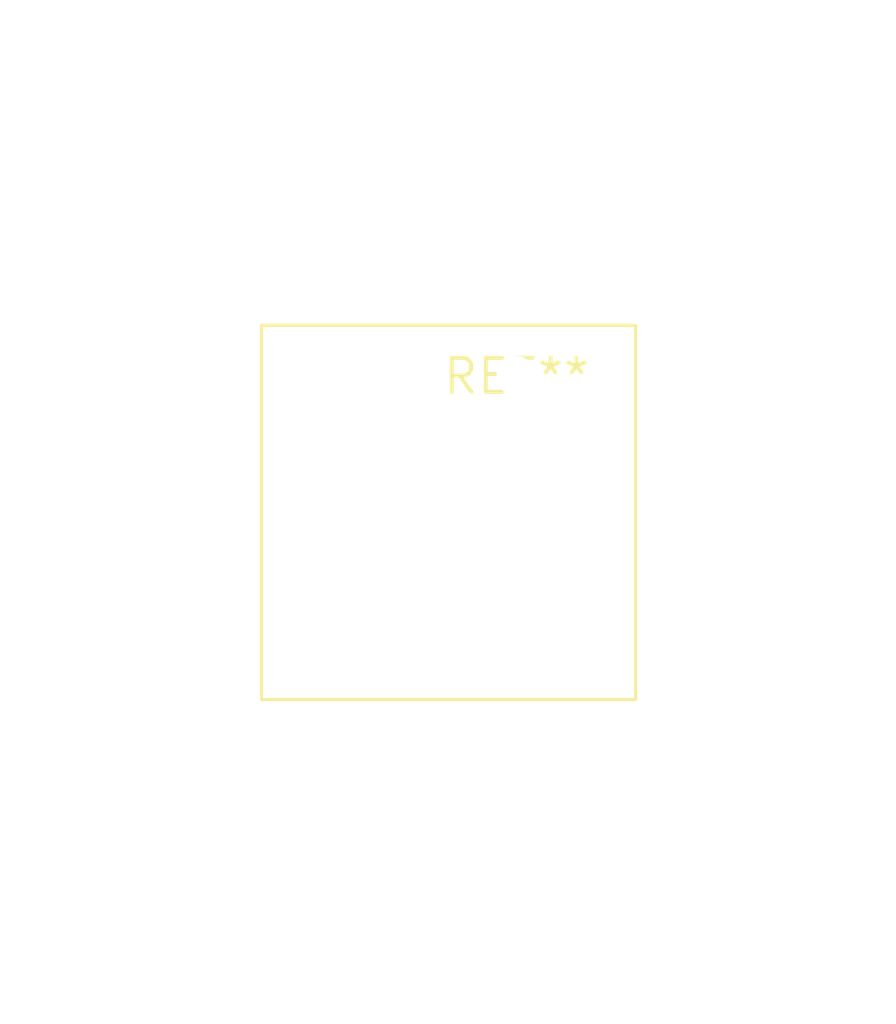
<source format=kicad_pcb>
(kicad_pcb (version 20240108) (generator pcbnew)
  (layers (0 "F.Cu" signal) (31 "B.Cu" signal) (34 "B.Paste" user) (35 "F.Paste" user) (36 "B.SilkS" user "B.Silkscreen") (37 "F.SilkS" user "F.Silkscreen") (38 "B.Mask" user) (39 "F.Mask" user) (44 "Edge.Cuts" user))
  (net 0 "")
  (footprint "SW_Cherry_MX_ISOEnter_Plate" (layer "F.Cu") (at 0 0)
    (property "Reference" "REF**")
    (property "Value" "SW_Cherry_MX_ISOEnter_Plate")
    (fp_line (start -9.525 -1.905) (end 4.445 -1.905) (layer "F.SilkS") (stroke (width 0.12)))
    (fp_line (start -9.525 12.065) (end -9.525 -1.905) (layer "F.SilkS") (stroke (width 0.12)))
    (fp_line (start 4.445 -1.905) (end 4.445 12.065) (layer "F.SilkS") (stroke (width 0.12)))
    (fp_line (start 4.445 12.065) (end -9.525 12.065) (layer "F.SilkS") (stroke (width 0.12)))
    (pad "" np_thru_hole circle (at -2.54 5.08) (size 4 4) (drill 4) (layers *.Cu *.Mask))
    (pad "1" thru_hole circle (at 0 0) (size 2.2 2.2) (drill 1.5) (layers *.Cu *.Mask) (remove_unused_layers))
    (pad "2" thru_hole circle (at -6.35 2.54) (size 2.2 2.2) (drill 1.5) (layers *.Cu *.Mask) (remove_unused_layers))
  )
)
</source>
